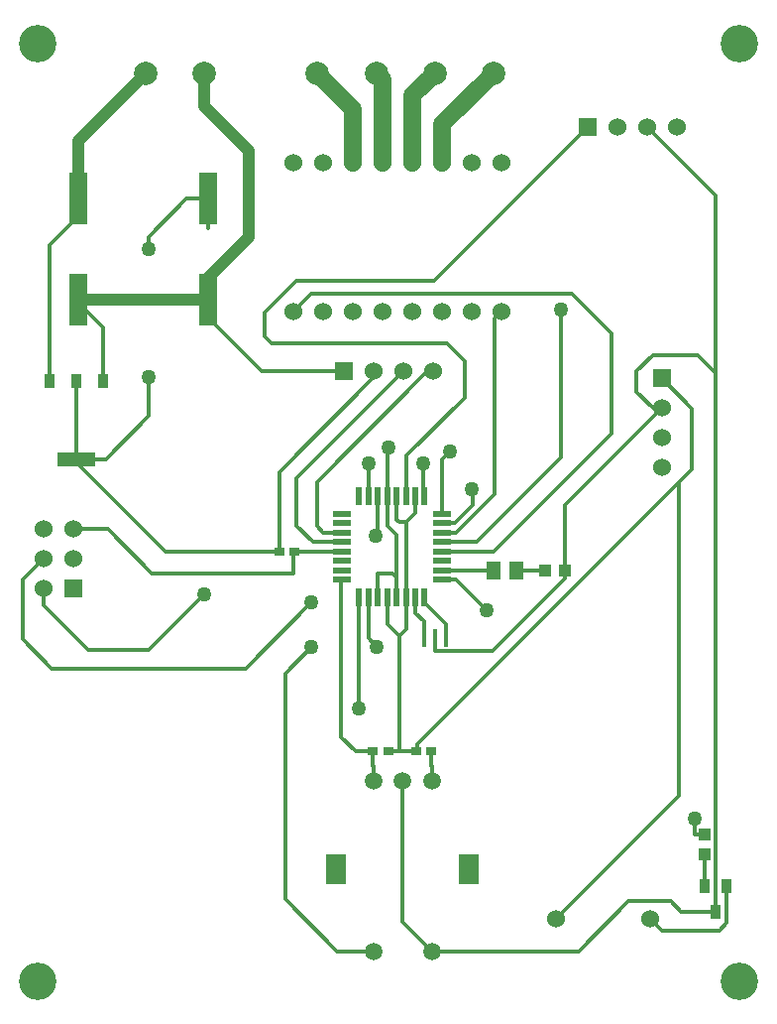
<source format=gtl>
%FSTAX23Y23*%
%MOIN*%
%SFA1B1*%

%IPPOS*%
%ADD19R,0.127560X0.051580*%
%ADD20R,0.036610X0.051580*%
%ADD21R,0.070870X0.102360*%
%ADD22R,0.021650X0.059060*%
%ADD23R,0.059060X0.021650*%
%ADD24R,0.011810X0.062990*%
%ADD25R,0.059060X0.177170*%
%ADD26R,0.051180X0.059060*%
%ADD27R,0.039370X0.043310*%
%ADD28R,0.035430X0.027560*%
%ADD29R,0.043310X0.039370*%
%ADD30R,0.033470X0.051180*%
%ADD50C,0.013780*%
%ADD51C,0.039370*%
%ADD52C,0.059060*%
%ADD53C,0.060000*%
%ADD54R,0.062990X0.062990*%
%ADD55C,0.059370*%
%ADD56R,0.062990X0.062990*%
%ADD57C,0.078740*%
%ADD58C,0.050000*%
%ADD59C,0.125980*%
%LNpunkcontroller-pcb-1*%
%LPD*%
G54D19*
X00228Y01851D03*
G54D20*
X00138Y02114D03*
X00228D03*
X00318D03*
G54D21*
X01551Y00474D03*
X01102D03*
G54D22*
X01181Y01387D03*
X01212D03*
X01244D03*
X01275D03*
X01307D03*
X01338D03*
X0137D03*
X01401D03*
Y01726D03*
X0137D03*
X01338D03*
X01307D03*
X01275D03*
X01244D03*
X01212D03*
X01181D03*
G54D23*
X0146Y01446D03*
Y01478D03*
Y01509D03*
Y01541D03*
Y01572D03*
Y01604D03*
Y01635D03*
Y01667D03*
X01122D03*
Y01635D03*
Y01604D03*
Y01572D03*
Y01541D03*
Y01509D03*
Y01478D03*
Y01446D03*
G54D24*
X01398Y01251D03*
X01436D03*
X01473D03*
G54D25*
X00235Y02387D03*
Y02726D03*
X00672Y02386D03*
Y02725D03*
G54D26*
X01633Y01477D03*
X01708D03*
G54D27*
X02343Y00522D03*
Y00589D03*
G54D28*
X00963Y01539D03*
X00912D03*
X01373Y00871D03*
X01424D03*
X01278D03*
X01227D03*
G54D29*
X01874Y01478D03*
X01807D03*
G54D30*
X02417Y00416D03*
X02342D03*
X02379Y00329D03*
G54D50*
X01376Y00871D02*
Y00892D01*
X01279Y00871D02*
X01279Y0087D01*
X00218Y01851D02*
X0053Y01539D01*
X02199Y02122D02*
X02301Y0202D01*
Y01816D02*
Y0202D01*
X02256Y01772D02*
X02301Y01816D01*
X02256Y00721D02*
Y01772D01*
X01843Y00308D02*
X02256Y00721D01*
X02264Y00329D02*
X02379D01*
X02114Y02146D02*
X02168Y02201D01*
X02114Y02076D02*
Y02146D01*
Y02076D02*
X02168Y02022D01*
X01315Y01258D02*
X01338Y01281D01*
Y01387*
X01315Y01257D02*
Y01258D01*
Y0087D02*
Y01257D01*
X01275Y01298D02*
X01277Y01296D01*
X01275D02*
X01277D01*
X01315Y01257*
X01275Y01298D02*
Y01387D01*
Y01296D02*
Y01298D01*
X01279Y00871D02*
X01315Y0087D01*
X01279Y00871D02*
D01*
X00661Y01397D02*
D01*
X00474Y0121D02*
X00661Y01397D01*
X0027Y0121D02*
X00474D01*
X00119Y01361D02*
X0027Y0121D01*
X00119Y01361D02*
Y01417D01*
X00959Y01468D02*
Y01539D01*
X00484Y01468D02*
X00959D01*
X00336Y01617D02*
X00484Y01468D01*
X00219Y01617D02*
X00336D01*
X00472Y02596D02*
X00601Y02725D01*
X00472Y02555D02*
Y02596D01*
X00601Y02725D02*
X00672D01*
X00474Y01995D02*
Y02125D01*
X0033Y01851D02*
X00474Y01995D01*
X00228Y01851D02*
X0033D01*
X00235Y02387D02*
X00236Y02386D01*
X00147Y01147D02*
X008D01*
X0005Y01245D02*
X00147Y01147D01*
X0005Y01245D02*
Y01448D01*
X008Y01147D02*
X01021Y01369D01*
X01895Y02406D02*
X02029Y02272D01*
X00961Y02347D02*
X0102Y02406D01*
X01575Y01572D02*
X0186Y01857D01*
X0102Y02406D02*
X01895D01*
X0186Y01857D02*
Y02354D01*
X02029Y01937D02*
Y02272D01*
X01633Y01541D02*
X02029Y01937D01*
X01535Y02058D02*
Y02179D01*
X01475Y02239D02*
X01535Y02179D01*
X00886Y02239D02*
X01475D01*
X00863Y02262D02*
X00886Y02239D01*
X01338Y01862D02*
X01535Y02058D01*
X00863Y02343D02*
X00968Y02449D01*
X00863Y02262D02*
Y02343D01*
X01397Y0173D02*
X01401Y01726D01*
X01397Y0173D02*
Y01838D01*
X01338Y01726D02*
Y01862D01*
X01275Y01887D02*
X01278Y0189D01*
X01307Y01452D02*
Y01596D01*
X01275Y01628D02*
X01307Y01596D01*
X01275Y01628D02*
Y01726D01*
X01315Y01639D02*
X01338D01*
X01307Y01648D02*
X01315Y01639D01*
X01307Y01648D02*
Y01726D01*
X0146Y0185D02*
X01486Y01875D01*
X0146Y01667D02*
Y0185D01*
X01562Y01695D02*
Y01746D01*
X01559Y0175D02*
X01562Y01746D01*
X01507Y01604D02*
X01637Y01734D01*
X0146Y01604D02*
X01507D01*
X01637Y01734D02*
Y02323D01*
X0146Y01572D02*
X01575D01*
X0005Y01448D02*
X00119Y01517D01*
X00912Y01808D02*
X01229Y02125D01*
X00912Y01539D02*
Y01808D01*
X0141Y02145D02*
X01429D01*
X01038Y01773D02*
X0141Y02145D01*
X01038Y01626D02*
Y01773D01*
X0097Y01786D02*
X01329Y02145D01*
X0097Y01627D02*
Y01786D01*
X01229Y02125D02*
Y02145D01*
X01061Y01604D02*
X01122D01*
X01038Y01626D02*
X01061Y01604D01*
X01025Y01572D02*
X01122D01*
X0097Y01627D02*
X01025Y01572D01*
X01503Y01635D02*
X01562Y01695D01*
X0146Y01635D02*
X01503D01*
X0146Y01541D02*
X01633D01*
X01597Y01477D02*
X01633D01*
X01596Y01478D02*
X01597Y01477D01*
X0146Y01478D02*
X01596D01*
X01338Y01639D02*
X0137Y01671D01*
X01637Y02323D02*
X01661Y02347D01*
X01874Y01696D02*
X02199Y02022D01*
X01874Y01478D02*
Y01696D01*
X00933Y0113D02*
X01021Y01219D01*
X00933Y00373D02*
Y0113D01*
Y00373D02*
X01107Y00198D01*
X01228*
X01279Y0087D02*
X01373Y00871D01*
X0124Y01218D02*
Y01221D01*
X01212Y01249D02*
X0124Y01221D01*
X01181Y01013D02*
Y01387D01*
X01212Y01249D02*
Y01387D01*
X00228Y01851D02*
Y02114D01*
X01236Y01593D02*
X01244Y01601D01*
Y01726*
X01338Y01387D02*
Y01639D01*
X00218Y01851D02*
X00228D01*
X0053Y01539D02*
X00911D01*
X01373Y00871D02*
X01376D01*
X02379Y0214D02*
Y02735D01*
Y00329D02*
Y0214D01*
X01121Y00917D02*
Y01446D01*
X01376Y00892D02*
X02256Y01772D01*
X01275Y01726D02*
Y01887D01*
X00968Y02449D02*
X01433D01*
X01949Y02965*
X02309Y00589D02*
X02343D01*
X02309D02*
Y00642D01*
X01505Y01446D02*
X01608Y01344D01*
X0146Y01446D02*
X01505D01*
X01326Y00297D02*
Y00769D01*
Y00297D02*
X01425Y00198D01*
X00959Y01539D02*
X00963D01*
X02379Y00329D02*
Y00329D01*
X02228Y00365D02*
X02264Y00329D01*
X02085Y00365D02*
X02228D01*
X01919Y00198D02*
X02085Y00365D01*
X01425Y00198D02*
X01919D01*
X00672Y02386D02*
Y02459D01*
X01212Y01726D02*
Y01838D01*
X00138Y02114D02*
Y0257D01*
X00235Y02667*
Y02726*
Y02375D02*
Y02387D01*
Y02375D02*
X00318Y02292D01*
Y02114D02*
Y02292D01*
X00672Y02625D02*
Y02725D01*
X0137Y01671D02*
Y01726D01*
X01436Y01205D02*
Y01251D01*
Y01205D02*
X01628D01*
X01874Y0145*
Y01478*
X02149Y02965D02*
X02379Y02735D01*
X02168Y02022D02*
X02199D01*
X02168Y02201D02*
X02318D01*
X02379Y0214*
X01307Y01387D02*
Y01452D01*
X01293Y01465D02*
X01307Y01452D01*
X01244Y01465D02*
X01293D01*
X01244Y01387D02*
Y01465D01*
X01401Y0137D02*
Y01387D01*
Y0137D02*
X01473Y01298D01*
Y01251D02*
Y01298D01*
X00672Y02327D02*
Y02386D01*
Y02327D02*
X00853Y02145D01*
X01129*
X02417Y00292D02*
Y00416D01*
X02392Y00267D02*
X02417Y00292D01*
X02199Y00267D02*
X02392D01*
X02158Y00308D02*
X02199Y00267D01*
X01121Y01446D02*
X01122D01*
X01121Y00917D02*
X01168Y00871D01*
X01227*
X0137Y01333D02*
Y01387D01*
Y01333D02*
X01398Y01305D01*
Y01251D02*
Y01305D01*
X01757Y01478D02*
X01807D01*
X01756Y01477D02*
X01757Y01478D01*
X01708Y01477D02*
X01756D01*
X02343Y00469D02*
Y00522D01*
X02342Y00468D02*
X02343Y00469D01*
X02342Y00416D02*
Y00468D01*
X01042Y01541D02*
X01122D01*
X0104Y01539D02*
X01042Y01541D01*
X00963Y01539D02*
X0104D01*
X01424Y0082D02*
Y00871D01*
Y0082D02*
X01425Y00819D01*
Y00769D02*
Y00819D01*
X01227Y0082D02*
Y00871D01*
Y0082D02*
X01228Y00819D01*
Y00769D02*
Y00819D01*
G54D51*
X00236Y02386D02*
X00672D01*
X00659Y03038D02*
X0081Y02887D01*
Y02597D02*
Y02887D01*
X00672Y02459D02*
X0081Y02597D01*
X00659Y03038D02*
Y03147D01*
X00235Y02726D02*
Y0292D01*
X00462Y03147*
G54D52*
X01239Y03147D02*
X01261Y03125D01*
Y02847D02*
Y03125D01*
X01361Y02847D02*
Y03072D01*
X01436Y03147*
X01461Y02976D02*
X01633Y03147D01*
X01461Y02847D02*
Y02976D01*
X01161Y02847D02*
Y03027D01*
X01041Y03147D02*
X01161Y03027D01*
G54D53*
X02249Y02965D03*
X02149D03*
X02049D03*
X00961Y02847D03*
X01061D03*
X01161D03*
X01261D03*
X01361D03*
X01461D03*
X01561D03*
X01661D03*
Y02347D03*
X01561D03*
X01461D03*
X01361D03*
X01261D03*
X01161D03*
X01061D03*
X00961D03*
X02158Y00308D03*
X01843D03*
X02199Y02022D03*
Y01922D03*
Y01822D03*
X00219Y01517D03*
Y01617D03*
X00119Y01417D03*
Y01517D03*
Y01617D03*
X01229Y02145D03*
X01329D03*
X01429D03*
G54D54*
X01949Y02965D03*
X00219Y01417D03*
X01129Y02145D03*
G54D55*
X01228Y00198D03*
X01425D03*
Y00769D03*
X01326D03*
X01228D03*
G54D56*
X02199Y02122D03*
G54D57*
X01633Y03147D03*
X01436D03*
X01239D03*
X01041D03*
X00462D03*
X00659D03*
G54D58*
X00661Y01397D03*
X00472Y02555D03*
X00474Y02125D03*
X0186Y02354D03*
X01397Y01838D03*
X01278Y0189D03*
X01236Y01593D03*
X01559Y0175D03*
X01486Y01875D03*
X01021Y01369D03*
Y01219D03*
X0124Y01221D03*
X02309Y00642D03*
X01608Y01344D03*
X01212Y01838D03*
X01181Y01013D03*
G54D59*
X0246Y03248D03*
Y00098D03*
X00098D03*
Y03248D03*
M02*
</source>
